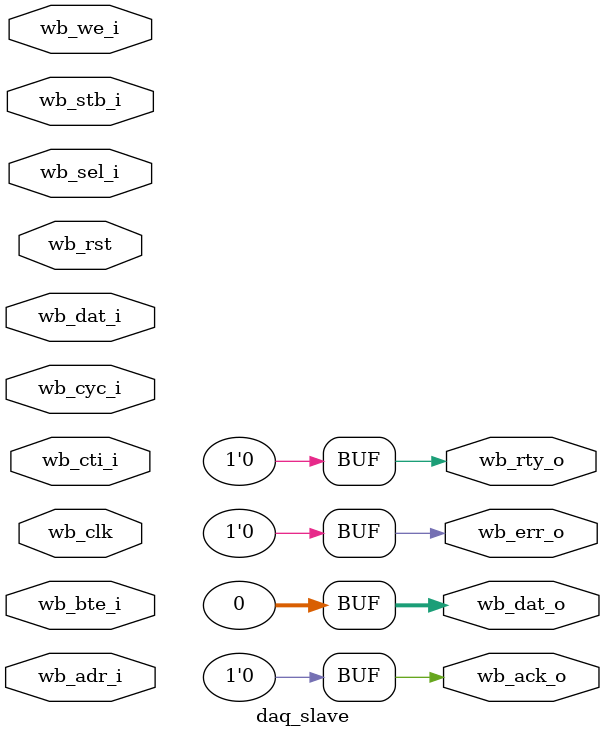
<source format=v>

module daq_slave (/*AUTOARG*/
   // Outputs
   wb_dat_o, wb_ack_o, wb_err_o, wb_rty_o,
   // Inputs
   wb_clk, wb_rst, wb_adr_i, wb_dat_i, wb_sel_i, wb_we_i, wb_cyc_i,
   wb_stb_i, wb_cti_i, wb_bte_i
   ) ;

   parameter dw = 32;
   parameter aw = 32;
   parameter DEBUG = 0;

   input wb_clk;
   input wb_rst;

   input wire [aw-1:0] wb_adr_i;
   input wire [dw-1:0] wb_dat_i;
   input wire [3:0]    wb_sel_i;
   input wire          wb_we_i ;
   input wire          wb_cyc_i;
   input wire          wb_stb_i;
   input wire [2:0]    wb_cti_i;
   input wire [1:0]    wb_bte_i;

   output reg [dw-1:0] wb_dat_o;
   output reg          wb_ack_o;
   output reg          wb_err_o;
   output reg          wb_rty_o;

   initial begin
      wb_dat_o <= 0;
      wb_ack_o <= 0;
      wb_err_o <= 0;
      wb_rty_o <= 0;
   end

endmodule // daq_slave

</source>
